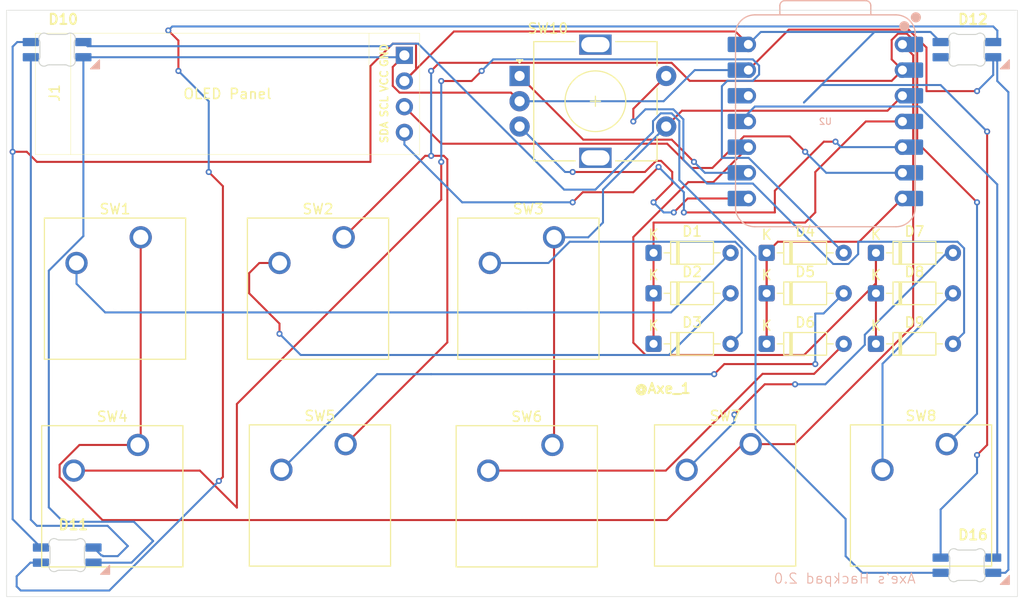
<source format=kicad_pcb>
(kicad_pcb (version 20241229) (generator "pcbnew") (generator_version "9.0")
  (layers (0 "F.Cu" signal) (2 "B.Cu" signal) (13 "F.Paste" user) (15 "B.Paste" user) (5 "F.SilkS" user "F.Silkscreen") (7 "B.SilkS" user "B.Silkscreen") (1 "F.Mask" user) (3 "B.Mask" user) (25 "Edge.Cuts" user))
  (net 0 "")
  (net 1 "Row1")
  (net 2 "Net-(D1-A)")
  (net 3 "Net-(D2-A)")
  (net 4 "Net-(D3-A)")
  (net 5 "Net-(D4-A)")
  (net 6 "Row2")
  (net 7 "Net-(D5-A)")
  (net 8 "Net-(D6-A)")
  (net 9 "Net-(D7-A)")
  (net 10 "Row3")
  (net 11 "Net-(D8-A)")
  (net 12 "Net-(D9-A)")
  (net 13 "Net-(D10-DIN)")
  (net 14 "VCC")
  (net 15 "GND")
  (net 16 "Net-(D10-DOUT)")
  (net 17 "Net-(D11-DOUT)")
  (net 19 "WS2812B")
  (net 20 "SDA")
  (net 21 "SCL")
  (net 22 "Col1")
  (net 23 "Col2")
  (net 24 "Col3")
  (net 25 "EC11A")
  (net 26 "EC11B")
  (footprint "Button_Switch_Keyboard:SW_Cherry_MX_1.00u_PCB" (layer "F.Cu") (at 110.27 77.46)
    (property "Reference" "SW1")
    (property "Value" "SW_Push")
  )
  (footprint "Button_Switch_Keyboard:SW_Cherry_MX_1.00u_PCB" (layer "F.Cu") (at 151.16 77.46)
    (property "Reference" "SW3")
    (property "Value" "SW_Push")
  )
  (footprint "Button_Switch_Keyboard:SW_Cherry_MX_1.00u_PCB" (layer "F.Cu") (at 130.54 97.92)
    (property "Reference" "SW5")
    (property "Value" "SW_Push")
  )
  (footprint "Oled:SSD1306-0.91-OLED-4pin-128x32" (layer "F.Cu") (at 99.854 57.27)
    (property "Reference" "J1")
    (property "Value" "Conn_01x04")
  )
  (footprint "Button_Switch_Keyboard:SW_Cherry_MX_1.00u_PCB" (layer "F.Cu") (at 170.62 97.92)
    (property "Reference" "SW7")
    (property "Value" "SW_Push")
  )
  (footprint "Diode_THT:D_DO-35_SOD27_P7.62mm_Horizontal" (layer "F.Cu") (at 172.19 88)
    (property "Reference" "D6")
    (property "Value" "1N4148WT")
  )
  (footprint "Diode_THT:D_DO-35_SOD27_P7.62mm_Horizontal" (layer "F.Cu") (at 183 88)
    (property "Reference" "D9")
    (property "Value" "1N4148WT")
  )
  (footprint "Diode_THT:D_DO-35_SOD27_P7.62mm_Horizontal" (layer "F.Cu") (at 172.19 83)
    (property "Reference" "D5")
    (property "Value" "1N4148WT")
  )
  (footprint "Diode_THT:D_DO-35_SOD27_P7.62mm_Horizontal" (layer "F.Cu") (at 172.19 79)
    (property "Reference" "D4")
    (property "Value" "1N4148WT")
  )
  (footprint "Rotary_Encoder:RotaryEncoder_Alps_EC11E-Switch_Vertical_H20mm" (layer "F.Cu") (at 147.75 61.5)
    (property "Reference" "SW10")
    (property "Value" "RotaryEncoder_Switch")
  )
  (footprint "footprints:SK6812MINI-E_fixed" (layer "F.Cu") (at 102 59)
    (property "Reference" "D10")
    (property "Value" "SK6812MINI-E")
    (fp_line (start -1.699998 0.6) (end -1.699998 -0.805684) (stroke (width 0.1)) (layer "Edge.Cuts"))
    (fp_line (start -0.794451 -1.602841) (end 0.794454 -1.602841) (stroke (width 0.1)) (layer "Edge.Cuts"))
    (fp_line (start 0.794453 1.397158) (end -0.794451 1.397158) (stroke (width 0.1)) (layer "Edge.Cuts"))
    (fp_line (start 1.7 -0.805684) (end 1.7 0.6) (stroke (width 0.1)) (layer "Edge.Cuts"))
    (fp_arc (start -1.749483 -1.022562) (mid -1.712526 -0.91691) (end -1.699998 -0.805684) (stroke (width 0.1)) (layer "Edge.Cuts"))
    (fp_arc (start -1.749483 -1.022562) (mid -1.63807 -1.606877) (end -1.04671 -1.671141) (stroke (width 0.1)) (layer "Edge.Cuts"))
    (fp_arc (start -1.699998 0.600001) (mid -1.712526 0.711226) (end -1.749483 0.816878) (stroke (width 0.1)) (layer "Edge.Cuts"))
    (fp_arc (start -1.04671 1.465455) (mid -1.638069 1.401192) (end -1.749483 0.816878) (stroke (width 0.1)) (layer "Edge.Cuts"))
    (fp_arc (start -1.046709 1.465457) (mid -0.925121 1.414535) (end -0.794451 1.397158) (stroke (width 0.1)) (layer "Edge.Cuts"))
    (fp_arc (start -0.794452 -1.602842) (mid -0.925122 -1.620219) (end -1.04671 -1.671141) (stroke (width 0.1)) (layer "Edge.Cuts"))
    (fp_arc (start 0.794453 1.397158) (mid 0.925124 1.414535) (end 1.046712 1.465457) (stroke (width 0.1)) (layer "Edge.Cuts"))
    (fp_arc (start 1.046712 -1.67114) (mid 0.925124 -1.620218) (end 0.794454 -1.602841) (stroke (width 0.1)) (layer "Edge.Cuts"))
    (fp_arc (start 1.046712 -1.67114) (mid 1.638072 -1.606876) (end 1.749485 -1.022562) (stroke (width 0.1)) (layer "Edge.Cuts"))
    (fp_arc (start 1.7 -0.805685) (mid 1.712528 -0.91691) (end 1.749485 -1.022562) (stroke (width 0.1)) (layer "Edge.Cuts"))
    (fp_arc (start 1.749485 0.816877) (mid 1.638073 1.401193) (end 1.046712 1.465457) (stroke (width 0.1)) (layer "Edge.Cuts"))
    (fp_arc (start 1.749485 0.816878) (mid 1.712528 0.711226) (end 1.7 0.6) (stroke (width 0.1)) (layer "Edge.Cuts"))
  )
  (footprint "Diode_THT:D_DO-35_SOD27_P7.62mm_Horizontal" (layer "F.Cu") (at 183 79)
    (property "Reference" "D7")
    (property "Value" "1N4148WT")
  )
  (footprint "Diode_THT:D_DO-35_SOD27_P7.62mm_Horizontal" (layer "F.Cu") (at 161 79)
    (property "Reference" "D1")
    (property "Value" "1N4148WT")
  )
  (footprint "footprints:SK6812MINI-E_fixed" (layer "F.Cu") (at 103 109)
    (property "Reference" "D11")
    (property "Value" "SK6812MINI-E")
    (fp_line (start -1.699998 0.6) (end -1.699998 -0.805684) (stroke (width 0.1)) (layer "Edge.Cuts"))
    (fp_line (start -0.794451 -1.602841) (end 0.794454 -1.602841) (stroke (width 0.1)) (layer "Edge.Cuts"))
    (fp_line (start 0.794453 1.397158) (end -0.794451 1.397158) (stroke (width 0.1)) (layer "Edge.Cuts"))
    (fp_line (start 1.7 -0.805684) (end 1.7 0.6) (stroke (width 0.1)) (layer "Edge.Cuts"))
    (fp_arc (start -1.749483 -1.022562) (mid -1.712526 -0.91691) (end -1.699998 -0.805684) (stroke (width 0.1)) (layer "Edge.Cuts"))
    (fp_arc (start -1.749483 -1.022562) (mid -1.63807 -1.606877) (end -1.04671 -1.671141) (stroke (width 0.1)) (layer "Edge.Cuts"))
    (fp_arc (start -1.699998 0.600001) (mid -1.712526 0.711226) (end -1.749483 0.816878) (stroke (width 0.1)) (layer "Edge.Cuts"))
    (fp_arc (start -1.04671 1.465455) (mid -1.638069 1.401192) (end -1.749483 0.816878) (stroke (width 0.1)) (layer "Edge.Cuts"))
    (fp_arc (start -1.046709 1.465457) (mid -0.925121 1.414535) (end -0.794451 1.397158) (stroke (width 0.1)) (layer "Edge.Cuts"))
    (fp_arc (start -0.794452 -1.602842) (mid -0.925122 -1.620219) (end -1.04671 -1.671141) (stroke (width 0.1)) (layer "Edge.Cuts"))
    (fp_arc (start 0.794453 1.397158) (mid 0.925124 1.414535) (end 1.046712 1.465457) (stroke (width 0.1)) (layer "Edge.Cuts"))
    (fp_arc (start 1.046712 -1.67114) (mid 0.925124 -1.620218) (end 0.794454 -1.602841) (stroke (width 0.1)) (layer "Edge.Cuts"))
    (fp_arc (start 1.046712 -1.67114) (mid 1.638072 -1.606876) (end 1.749485 -1.022562) (stroke (width 0.1)) (layer "Edge.Cuts"))
    (fp_arc (start 1.7 -0.805685) (mid 1.712528 -0.91691) (end 1.749485 -1.022562) (stroke (width 0.1)) (layer "Edge.Cuts"))
    (fp_arc (start 1.749485 0.816877) (mid 1.638073 1.401193) (end 1.046712 1.465457) (stroke (width 0.1)) (layer "Edge.Cuts"))
    (fp_arc (start 1.749485 0.816878) (mid 1.712528 0.711226) (end 1.7 0.6) (stroke (width 0.1)) (layer "Edge.Cuts"))
  )
  (footprint "Button_Switch_Keyboard:SW_Cherry_MX_1.00u_PCB" (layer "F.Cu") (at 151 98)
    (property "Reference" "SW6")
    (property "Value" "SW_Push")
  )
  (footprint "Diode_THT:D_DO-35_SOD27_P7.62mm_Horizontal" (layer "F.Cu") (at 161 83)
    (property "Reference" "D2")
    (property "Value" "1N4148WT")
  )
  (footprint "Diode_THT:D_DO-35_SOD27_P7.62mm_Horizontal" (layer "F.Cu") (at 161 88)
    (property "Reference" "D3")
    (property "Value" "1N4148WT")
  )
  (footprint "Diode_THT:D_DO-35_SOD27_P7.62mm_Horizontal" (layer "F.Cu") (at 183 83)
    (property "Reference" "D8")
    (property "Value" "1N4148WT")
  )
  (footprint "footprints:SK6812MINI-E_fixed" (layer "F.Cu") (at 192 59)
    (property "Reference" "D12")
    (property "Value" "SK6812MINI-E")
    (fp_line (start -1.699998 0.6) (end -1.699998 -0.805684) (stroke (width 0.1)) (layer "Edge.Cuts"))
    (fp_line (start -0.794451 -1.602841) (end 0.794454 -1.602841) (stroke (width 0.1)) (layer "Edge.Cuts"))
    (fp_line (start 0.794453 1.397158) (end -0.794451 1.397158) (stroke (width 0.1)) (layer "Edge.Cuts"))
    (fp_line (start 1.7 -0.805684) (end 1.7 0.6) (stroke (width 0.1)) (layer "Edge.Cuts"))
    (fp_arc (start -1.749483 -1.022562) (mid -1.712526 -0.91691) (end -1.699998 -0.805684) (stroke (width 0.1)) (layer "Edge.Cuts"))
    (fp_arc (start -1.749483 -1.022562) (mid -1.63807 -1.606877) (end -1.04671 -1.671141) (stroke (width 0.1)) (layer "Edge.Cuts"))
    (fp_arc (start -1.699998 0.600001) (mid -1.712526 0.711226) (end -1.749483 0.816878) (stroke (width 0.1)) (layer "Edge.Cuts"))
    (fp_arc (start -1.04671 1.465455) (mid -1.638069 1.401192) (end -1.749483 0.816878) (stroke (width 0.1)) (layer "Edge.Cuts"))
    (fp_arc (start -1.046709 1.465457) (mid -0.925121 1.414535) (end -0.794451 1.397158) (stroke (width 0.1)) (layer "Edge.Cuts"))
    (fp_arc (start -0.794452 -1.602842) (mid -0.925122 -1.620219) (end -1.04671 -1.671141) (stroke (width 0.1)) (layer "Edge.Cuts"))
    (fp_arc (start 0.794453 1.397158) (mid 0.925124 1.414535) (end 1.046712 1.465457) (stroke (width 0.1)) (layer "Edge.Cuts"))
    (fp_arc (start 1.046712 -1.67114) (mid 0.925124 -1.620218) (end 0.794454 -1.602841) (stroke (width 0.1)) (layer "Edge.Cuts"))
    (fp_arc (start 1.046712 -1.67114) (mid 1.638072 -1.606876) (end 1.749485 -1.022562) (stroke (width 0.1)) (layer "Edge.Cuts"))
    (fp_arc (start 1.7 -0.805685) (mid 1.712528 -0.91691) (end 1.749485 -1.022562) (stroke (width 0.1)) (layer "Edge.Cuts"))
    (fp_arc (start 1.749485 0.816877) (mid 1.638073 1.401193) (end 1.046712 1.465457) (stroke (width 0.1)) (layer "Edge.Cuts"))
    (fp_arc (start 1.749485 0.816878) (mid 1.712528 0.711226) (end 1.7 0.6) (stroke (width 0.1)) (layer "Edge.Cuts"))
  )
  (footprint "Button_Switch_Keyboard:SW_Cherry_MX_1.00u_PCB" (layer "F.Cu") (at 190 97.92)
    (property "Reference" "SW8")
    (property "Value" "SW_Push")
  )
  (footprint "Button_Switch_Keyboard:SW_Cherry_MX_1.00u_PCB" (layer "F.Cu") (at 130.35 77.46)
    (property "Reference" "SW2")
    (property "Value" "SW_Push")
  )
  (footprint "Button_Switch_Keyboard:SW_Cherry_MX_1.00u_PCB" (layer "F.Cu") (at 110 98)
    (property "Reference" "SW4")
    (property "Value" "SW_Push")
  )
  (footprint "footprints:SK6812MINI-E_fixed" (layer "F.Cu") (at 192 110)
    (property "Reference" "D16")
    (property "Value" "SK6812MINI-E")
    (fp_line (start -1.699998 0.6) (end -1.699998 -0.805684) (stroke (width 0.1)) (layer "Edge.Cuts"))
    (fp_line (start -0.794451 -1.602841) (end 0.794454 -1.602841) (stroke (width 0.1)) (layer "Edge.Cuts"))
    (fp_line (start 0.794453 1.397158) (end -0.794451 1.397158) (stroke (width 0.1)) (layer "Edge.Cuts"))
    (fp_line (start 1.7 -0.805684) (end 1.7 0.6) (stroke (width 0.1)) (layer "Edge.Cuts"))
    (fp_arc (start -1.749483 -1.022562) (mid -1.712526 -0.91691) (end -1.699998 -0.805684) (stroke (width 0.1)) (layer "Edge.Cuts"))
    (fp_arc (start -1.749483 -1.022562) (mid -1.63807 -1.606877) (end -1.04671 -1.671141) (stroke (width 0.1)) (layer "Edge.Cuts"))
    (fp_arc (start -1.699998 0.600001) (mid -1.712526 0.711226) (end -1.749483 0.816878) (stroke (width 0.1)) (layer "Edge.Cuts"))
    (fp_arc (start -1.04671 1.465455) (mid -1.638069 1.401192) (end -1.749483 0.816878) (stroke (width 0.1)) (layer "Edge.Cuts"))
    (fp_arc (start -1.046709 1.465457) (mid -0.925121 1.414535) (end -0.794451 1.397158) (stroke (width 0.1)) (layer "Edge.Cuts"))
    (fp_arc (start -0.794452 -1.602842) (mid -0.925122 -1.620219) (end -1.04671 -1.671141) (stroke (width 0.1)) (layer "Edge.Cuts"))
    (fp_arc (start 0.794453 1.397158) (mid 0.925124 1.414535) (end 1.046712 1.465457) (stroke (width 0.1)) (layer "Edge.Cuts"))
    (fp_arc (start 1.046712 -1.67114) (mid 0.925124 -1.620218) (end 0.794454 -1.602841) (stroke (width 0.1)) (layer "Edge.Cuts"))
    (fp_arc (start 1.046712 -1.67114) (mid 1.638072 -1.606876) (end 1.749485 -1.022562) (stroke (width 0.1)) (layer "Edge.Cuts"))
    (fp_arc (start 1.7 -0.805685) (mid 1.712528 -0.91691) (end 1.749485 -1.022562) (stroke (width 0.1)) (layer "Edge.Cuts"))
    (fp_arc (start 1.749485 0.816877) (mid 1.638073 1.401193) (end 1.046712 1.465457) (stroke (width 0.1)) (layer "Edge.Cuts"))
    (fp_arc (start 1.749485 0.816878) (mid 1.712528 0.711226) (end 1.7 0.6) (stroke (width 0.1)) (layer "Edge.Cuts"))
  )
  (footprint "Seeed Studio XIAO Series Library:XIAO-RP2040-DIP" (layer "B.Cu") (at 178 66 180)
    (property "Reference" "U2")
    (property "Value" "XIAO-RP2040-DIP")
  )
  (gr_rect (start 97 55) (end 197 113) (stroke (width 0.05)) (fill no) (layer "Edge.Cuts"))
  (gr_text "@Axe_1" (at 159 93 0) (layer "F.SilkS") (effects (font (size 1 1) (thickness 0.2) (bold yes)) (justify left bottom)))
  (gr_text "Axe's Hackpad 2.0" (at 187 111.797158 0) (layer "B.SilkS") (effects (font (size 1 1) (thickness 0.1)) (justify left bottom mirror)))
  (segment (start 161 79) (end 161 83) (width 0.2) (layer "F.Cu") (net 1))
  (segment (start 161 83) (end 161 88) (width 0.2) (layer "F.Cu") (net 1))
  (segment (start 161 76) (end 161 79) (width 0.2) (layer "F.Cu") (net 1))
  (segment (start 177 75) (end 176 76) (width 0.2) (layer "F.Cu") (net 1))
  (segment (start 185.62 66) (end 182 66) (width 0.2) (layer "F.Cu") (net 1))
  (segment (start 176 76) (end 161 76) (width 0.2) (layer "F.Cu") (net 1))
  (segment (start 177 71) (end 177 75) (width 0.2) (layer "F.Cu") (net 1))
  (segment (start 182 66) (end 177 71) (width 0.2) (layer "F.Cu") (net 1))
  (segment (start 103.92 82.054816) (end 103.92 80) (width 0.2) (layer "B.Cu") (net 2))
  (segment (start 162.729 84.891) (end 106.756184 84.891) (width 0.2) (layer "B.Cu") (net 2))
  (segment (start 106.756184 84.891) (end 103.92 82.054816) (width 0.2) (layer "B.Cu") (net 2))
  (segment (start 168.62 79) (end 162.729 84.891) (width 0.2) (layer "B.Cu") (net 2))
  (segment (start 122 84) (end 124 86) (width 0.2) (layer "F.Cu") (net 3))
  (segment (start 124 80) (end 122 80) (width 0.2) (layer "F.Cu") (net 3))
  (segment (start 121 81) (end 121 83) (width 0.2) (layer "F.Cu") (net 3))
  (segment (start 121 83) (end 122 84) (width 0.2) (layer "F.Cu") (net 3))
  (segment (start 124 86) (end 124 87) (width 0.2) (layer "F.Cu") (net 3))
  (segment (start 122 80) (end 121 81) (width 0.2) (layer "F.Cu") (net 3))
  (via (at 124 87) (size 0.6) (drill 0.3) (layers "F.Cu" "B.Cu") (net 3))
  (segment (start 162.519 89.101) (end 126.101 89.101) (width 0.2) (layer "B.Cu") (net 3))
  (segment (start 168.62 83) (end 162.519 89.101) (width 0.2) (layer "B.Cu") (net 3))
  (segment (start 126.101 89.101) (end 124 87) (width 0.2) (layer "B.Cu") (net 3))
  (segment (start 169.721 78.54395) (end 169.07605 77.899) (width 0.2) (layer "B.Cu") (net 4))
  (segment (start 168.62 88) (end 169.721 86.899) (width 0.2) (layer "B.Cu") (net 4))
  (segment (start 150.601314 80) (end 144.81 80) (width 0.2) (layer "B.Cu") (net 4))
  (segment (start 169.721 86.899) (end 169.721 78.54395) (width 0.2) (layer "B.Cu") (net 4))
  (segment (start 152.702314 77.899) (end 150.601314 80) (width 0.2) (layer "B.Cu") (net 4))
  (segment (start 169.07605 77.899) (end 152.702314 77.899) (width 0.2) (layer "B.Cu") (net 4))
  (segment (start 103.65 100.54) (end 116.122957 100.54) (width 0.2) (layer "F.Cu") (net 5))
  (segment (start 143 62) (end 140 62) (width 0.2) (layer "F.Cu") (net 5))
  (segment (start 119.783957 104.201) (end 119.783957 93.947573) (width 0.2) (layer "F.Cu") (net 5))
  (segment (start 140 73.73153) (end 140 70) (width 0.2) (layer "F.Cu") (net 5))
  (segment (start 116.122957 100.54) (end 119.783957 104.201) (width 0.2) (layer "F.Cu") (net 5))
  (segment (start 119.783957 93.947573) (end 140 73.73153) (width 0.2) (layer "F.Cu") (net 5))
  (segment (start 144 61) (end 143 62) (width 0.2) (layer "F.Cu") (net 5))
  (via (at 144 61) (size 0.6) (drill 0.3) (layers "F.Cu" "B.Cu") (net 5))
  (via (at 140 70) (size 0.6) (drill 0.3) (layers "F.Cu" "B.Cu") (net 5))
  (via (at 140 62) (size 0.6) (drill 0.3) (layers "F.Cu" "B.Cu") (net 5))
  (segment (start 145.143 59.857) (end 144 61) (width 0.2) (layer "B.Cu") (net 5))
  (segment (start 168.289374 61.983) (end 170.82031 61.983) (width 0.2) (layer "B.Cu") (net 5))
  (segment (start 167.759992 62.512382) (end 168.289374 61.983) (width 0.2) (layer "B.Cu") (net 5))
  (segment (start 171.443 61.36031) (end 171.443 60.47969) (width 0.2) (layer "B.Cu") (net 5))
  (segment (start 170.82031 61.983) (end 171.443 61.36031) (width 0.2) (layer "B.Cu") (net 5))
  (segment (start 170.413 69.603) (end 167.759992 69.603) (width 0.2) (layer "B.Cu") (net 5))
  (segment (start 179.81 79) (end 170.413 69.603) (width 0.2) (layer "B.Cu") (net 5))
  (segment (start 171.443 60.47969) (end 170.82031 59.857) (width 0.2) (layer "B.Cu") (net 5))
  (segment (start 140 62) (end 140 70) (width 0.2) (layer "B.Cu") (net 5))
  (segment (start 170.82031 59.857) (end 145.143 59.857) (width 0.2) (layer "B.Cu") (net 5))
  (segment (start 167.759992 69.603) (end 167.759992 62.512382) (width 0.2) (layer "B.Cu") (net 5))
  (segment (start 172.19 88) (end 172.19 83) (width 0.2) (layer "F.Cu") (net 6))
  (segment (start 172.19 83) (end 172.19 79) (width 0.2) (layer "F.Cu") (net 6))
  (segment (start 181.341 77.899) (end 185.62 73.62) (width 0.2) (layer "F.Cu") (net 6))
  (segment (start 172.19 79) (end 172.19 88) (width 0.2) (layer "F.Cu") (net 6))
  (segment (start 173.291 77.899) (end 181.341 77.899) (width 0.2) (layer "F.Cu") (net 6))
  (segment (start 172.19 79) (end 173.291 77.899) (width 0.2) (layer "F.Cu") (net 6))
  (segment (start 167 91) (end 168 90) (width 0.2) (layer "F.Cu") (net 7))
  (segment (start 168 90) (end 177 90) (width 0.2) (layer "F.Cu") (net 7))
  (via (at 167 91) (size 0.6) (drill 0.3) (layers "F.Cu" "B.Cu") (net 7))
  (via (at 177 90) (size 0.6) (drill 0.3) (layers "F.Cu" "B.Cu") (net 7))
  (segment (start 177 85) (end 177 90) (width 0.2) (layer "B.Cu") (net 7))
  (segment (start 133.65 91) (end 139 91) (width 0.2) (layer "B.Cu") (net 7))
  (segment (start 139 91) (end 167 91) (width 0.2) (layer "B.Cu") (net 7))
  (segment (start 179.81 83) (end 177.81 85) (width 0.2) (layer "B.Cu") (net 7))
  (segment (start 177.81 85) (end 177 85) (width 0.2) (layer "B.Cu") (net 7))
  (segment (start 124.19 100.46) (end 133.65 91) (width 0.2) (layer "B.Cu") (net 7))
  (segment (start 179.81 88.039943) (end 179.81 88) (width 0.2) (layer "F.Cu") (net 8))
  (segment (start 176.883843 90.9661) (end 179.81 88.039943) (width 0.2) (layer "F.Cu") (net 8))
  (segment (start 144.65 100.54) (end 162.208686 100.54) (width 0.2) (layer "F.Cu") (net 8))
  (segment (start 171.782586 90.9661) (end 176.883843 90.9661) (width 0.2) (layer "F.Cu") (net 8))
  (segment (start 162.208686 100.54) (end 171.782586 90.9661) (width 0.2) (layer "F.Cu") (net 8))
  (segment (start 169 95) (end 172 92) (width 0.2) (layer "F.Cu") (net 9))
  (segment (start 172 92) (end 175 92) (width 0.2) (layer "F.Cu") (net 9))
  (via (at 169 95) (size 0.6) (drill 0.3) (layers "F.Cu" "B.Cu") (net 9))
  (via (at 175 92) (size 0.6) (drill 0.3) (layers "F.Cu" "B.Cu") (net 9))
  (segment (start 181.899 88.101) (end 181.899 87.101) (width 0.2) (layer "B.Cu") (net 9))
  (segment (start 169 95.73) (end 169 95) (width 0.2) (layer "B.Cu") (net 9))
  (segment (start 175 92) (end 178 92) (width 0.2) (layer "B.Cu") (net 9))
  (segment (start 181.899 87.101) (end 190 79) (width 0.2) (layer "B.Cu") (net 9))
  (segment (start 178 92) (end 181.899 88.101) (width 0.2) (layer "B.Cu") (net 9))
  (segment (start 190 79) (end 190.62 79) (width 0.2) (layer "B.Cu") (net 9))
  (segment (start 164.27 100.46) (end 169 95.73) (width 0.2) (layer "B.Cu") (net 9))
  (segment (start 160.21484 89.101) (end 159 87.88616) (width 0.2) (layer "F.Cu") (net 10))
  (segment (start 175.899 89.101) (end 160.21484 89.101) (width 0.2) (layer "F.Cu") (net 10))
  (segment (start 183 83) (end 183 79) (width 0.2) (layer "F.Cu") (net 10))
  (segment (start 164.4329 72) (end 166.92 72) (width 0.2) (layer "F.Cu") (net 10))
  (segment (start 183 88) (end 183 83) (width 0.2) (layer "F.Cu") (net 10))
  (segment (start 159 77.4329) (end 164.4329 72) (width 0.2) (layer "F.Cu") (net 10))
  (segment (start 183 82) (end 175.899 89.101) (width 0.2) (layer "F.Cu") (net 10))
  (segment (start 183 79) (end 183 82) (width 0.2) (layer "F.Cu") (net 10))
  (segment (start 166.92 72) (end 170.38 68.54) (width 0.2) (layer "F.Cu") (net 10))
  (segment (start 159 87.88616) (end 159 77.4329) (width 0.2) (layer "F.Cu") (net 10))
  (segment (start 183.65 89.97) (end 183.65 100.46) (width 0.2) (layer "B.Cu") (net 11))
  (segment (start 190.62 83) (end 183.65 89.97) (width 0.2) (layer "B.Cu") (net 11))
  (segment (start 162.25 61.5) (end 159 64.75) (width 0.2) (layer "F.Cu") (net 12))
  (segment (start 159 64.75) (end 159 66) (width 0.2) (layer "F.Cu") (net 12))
  (via (at 159 66) (size 0.6) (drill 0.3) (layers "F.Cu" "B.Cu") (net 12))
  (segment (start 191.721 78.54395) (end 191.07605 77.899) (width 0.2) (layer "B.Cu") (net 12))
  (segment (start 181.24231 79.12474) (end 180.26605 80.101) (width 0.2) (layer "B.Cu") (net 12))
  (segment (start 162.954992 64.798) (end 160.202 64.798) (width 0.2) (layer "B.Cu") (net 12))
  (segment (start 191.721 86.899) (end 191.721 78.54395) (width 0.2) (layer "B.Cu") (net 12))
  (segment (start 163.952 69.801943) (end 163.952 65.795008) (width 0.2) (layer "B.Cu") (net 12))
  (segment (start 180.26605 80.101) (end 178.77831 80.101) (width 0.2) (layer "B.Cu") (net 12))
  (segment (start 190.62 88) (end 191.721 86.899) (width 0.2) (layer "B.Cu") (net 12))
  (segment (start 163.952 65.795008) (end 162.954992 64.798) (width 0.2) (layer "B.Cu") (net 12))
  (segment (start 170.82031 72.143) (end 166.293057 72.143) (width 0.2) (layer "B.Cu") (net 12))
  (segment (start 160.202 64.798) (end 159 66) (width 0.2) (layer "B.Cu") (net 12))
  (segment (start 166.293057 72.143) (end 163.952 69.801943) (width 0.2) (layer "B.Cu") (net 12))
  (segment (start 181.24231 77.899) (end 181.24231 79.12474) (width 0.2) (layer "B.Cu") (net 12))
  (segment (start 191.07605 77.899) (end 181.24231 77.899) (width 0.2) (layer "B.Cu") (net 12))
  (segment (start 178.77831 80.101) (end 170.82031 72.143) (width 0.2) (layer "B.Cu") (net 12))
  (segment (start 180 109) (end 181.647158 110.647158) (width 0.2) (layer "B.Cu") (net 13))
  (segment (start 135.203 58.309) (end 137.719108 58.309) (width 0.2) (layer "B.Cu") (net 13))
  (segment (start 163.551 71.80685) (end 171.089 79.34485) (width 0.2) (layer "B.Cu") (net 13))
  (segment (start 104.600001 58.147158) (end 105.010001 58.557158) (width 0.2) (layer "B.Cu") (net 13))
  (segment (start 134.954842 58.557158) (end 135.203 58.309) (width 0.2) (layer "B.Cu") (net 13))
  (segment (start 152.153992 72.743884) (end 155.244008 72.743884) (width 0.2) (layer "B.Cu") (net 13))
  (segment (start 155.244008 72.743884) (end 160.949 67.038892) (width 0.2) (layer "B.Cu") (net 13))
  (segment (start 181.647158 110.647158) (end 189.400001 110.647158) (width 0.2) (layer "B.Cu") (net 13))
  (segment (start 162.788892 65.199) (end 163.551 65.961108) (width 0.2) (layer "B.Cu") (net 13))
  (segment (start 160.949 67.038892) (end 160.949 65.961108) (width 0.2) (layer "B.Cu") (net 13))
  (segment (start 171.089 79.34485) (end 171.089 96.407686) (width 0.2) (layer "B.Cu") (net 13))
  (segment (start 105.010001 58.557158) (end 134.954842 58.557158) (width 0.2) (layer "B.Cu") (net 13))
  (segment (start 137.719108 58.309) (end 152.153992 72.743884) (width 0.2) (layer "B.Cu") (net 13))
  (segment (start 160.949 65.961108) (end 161.711108 65.199) (width 0.2) (layer "B.Cu") (net 13))
  (segment (start 163.551 65.961108) (end 163.551 71.80685) (width 0.2) (layer "B.Cu") (net 13))
  (segment (start 171.089 96.407686) (end 180 105.318686) (width 0.2) (layer "B.Cu") (net 13))
  (segment (start 180 105.318686) (end 180 109) (width 0.2) (layer "B.Cu") (net 13))
  (segment (start 161.711108 65.199) (end 162.788892 65.199) (width 0.2) (layer "B.Cu") (net 13))
  (segment (start 169.099 57.099) (end 141.255 57.099) (width 0.2) (layer "F.Cu") (net 14))
  (segment (start 141.255 57.099) (end 136.354 62) (width 0.2) (layer "F.Cu") (net 14))
  (segment (start 133 70) (end 133 60.512) (width 0.2) (layer "F.Cu") (net 14))
  (segment (start 137.505 58.309) (end 137.505 60.849) (width 0.2) (layer "F.Cu") (net 14))
  (segment (start 133 60.512) (end 135.203 58.309) (width 0.2) (layer "F.Cu") (net 14))
  (segment (start 137.505 60.849) (end 136.354 62) (width 0.2) (layer "F.Cu") (net 14))
  (segment (start 194 67) (end 194 98) (width 0.2) (layer "F.Cu") (net 14))
  (segment (start 99 69) (end 100 70) (width 0.2) (layer "F.Cu") (net 14))
  (segment (start 100 70) (end 133 70) (width 0.2) (layer "F.Cu") (net 14))
  (segment (start 97.601 69) (end 99 69) (width 0.2) (layer "F.Cu") (net 14))
  (segment (start 194 98) (end 193 99) (width 0.2) (layer "F.Cu") (net 14))
  (segment (start 170.38 58.38) (end 169.099 57.099) (width 0.2) (layer "F.Cu") (net 14))
  (segment (start 135.203 58.309) (end 137.505 58.309) (width 0.2) (layer "F.Cu") (net 14))
  (via (at 194 67) (size 0.6) (drill 0.3) (layers "F.Cu" "B.Cu") (net 14))
  (via (at 97.601 69) (size 0.6) (drill 0.3) (layers "F.Cu" "B.Cu") (net 14))
  (via (at 193 99) (size 0.6) (drill 0.3) (layers "F.Cu" "B.Cu") (net 14))
  (segment (start 171.612842 57.147158) (end 170.38 58.38) (width 0.2) (layer "B.Cu") (net 14))
  (segment (start 97.601 69) (end 97.601 58.601) (width 0.2) (layer "B.Cu") (net 14))
  (segment (start 189.400001 58.147158) (end 188.400001 57.147158) (width 0.2) (layer "B.Cu") (net 14))
  (segment (start 98.054842 58.147158) (end 99.400001 58.147158) (width 0.2) (layer "B.Cu") (net 14))
  (segment (start 189.400001 109.147158) (end 189.400001 104.384815) (width 0.2) (layer "B.Cu") (net 14))
  (segment (start 189.397 62.397) (end 194 67) (width 0.2) (layer "B.Cu") (net 14))
  (segment (start 182.852842 57.147158) (end 175.878 64.122) (width 0.2) (layer "B.Cu") (net 14))
  (segment (start 189.400001 104.384815) (end 193 100.784816) (width 0.2) (layer "B.Cu") (net 14))
  (segment (start 188.400001 57.147158) (end 182.852842 57.147158) (width 0.2) (layer "B.Cu") (net 14))
  (segment (start 177.603 62.397) (end 189.397 62.397) (width 0.2) (layer "B.Cu") (net 14))
  (segment (start 97.601 105.348157) (end 97.601 69) (width 0.2) (layer "B.Cu") (net 14))
  (segment (start 188.400001 57.147158) (end 171.612842 57.147158) (width 0.2) (layer "B.Cu") (net 14))
  (segment (start 193 100.784816) (end 193 99) (width 0.2) (layer "B.Cu") (net 14))
  (segment (start 97.601 58.601) (end 98.054842 58.147158) (width 0.2) (layer "B.Cu") (net 14))
  (segment (start 175.878 64.122) (end 177.603 62.397) (width 0.2) (layer "B.Cu") (net 14))
  (segment (start 100.400001 108.147158) (end 97.601 105.348157) (width 0.2) (layer "B.Cu") (net 14))
  (segment (start 135.203 62.47676) (end 135.87724 63.151) (width 0.2) (layer "F.Cu") (net 15))
  (segment (start 188 63) (end 188 58.68959) (width 0.2) (layer "F.Cu") (net 15))
  (segment (start 193 63) (end 188 63) (width 0.2) (layer "F.Cu") (net 15))
  (segment (start 135.203 60.611) (end 135.203 62.47676) (width 0.2) (layer "F.Cu") (net 15))
  (segment (start 146.901 63.151) (end 147.75 64) (width 0.2) (layer "F.Cu") (net 15))
  (segment (start 186.22641 56.916) (end 174.384 56.916) (width 0.2) (layer "F.Cu") (net 15))
  (segment (start 174.384 56.916) (end 170.38 60.92) (width 0.2) (layer "F.Cu") (net 15))
  (segment (start 136.354 59.46) (end 135.203 60.611) (width 0.2) (layer "F.Cu") (net 15))
  (segment (start 135.87724 63.151) (end 146.901 63.151) (width 0.2) (layer "F.Cu") (net 15))
  (segment (start 188 58.68959) (end 186.22641 56.916) (width 0.2) (layer "F.Cu") (net 15))
  (via (at 193 63) (size 0.6) (drill 0.3) (layers "F.Cu" "B.Cu") (net 15))
  (segment (start 194.600001 61.399999) (end 193 63) (width 0.2) (layer "B.Cu") (net 15))
  (segment (start 194.600001 59.647158) (end 194.600001 61.399999) (width 0.2) (layer "B.Cu") (net 15))
  (segment (start 101.179 104.179) (end 102.599 105.599) (width 0.2) (layer "B.Cu") (net 15))
  (segment (start 104.600001 77.338685) (end 101.179 80.759686) (width 0.2) (layer "B.Cu") (net 15))
  (segment (start 111.5 107.5) (end 109.352842 109.647158) (width 0.2) (layer "B.Cu") (net 15))
  (segment (start 195 60.047157) (end 194.600001 59.647158) (width 0.2) (layer "B.Cu") (net 15))
  (segment (start 104.600001 59.647158) (end 104.600001 77.338685) (width 0.2) (layer "B.Cu") (net 15))
  (segment (start 196.101 110.346158) (end 196.101 63.101) (width 0.2) (layer "B.Cu") (net 15))
  (segment (start 195 110.647158) (end 195.8 110.647158) (width 0.2) (layer "B.Cu") (net 15))
  (segment (start 109.599 105.599) (end 111.5 107.5) (width 0.2) (layer "B.Cu") (net 15))
  (segment (start 136.166842 59.647158) (end 136.354 59.46) (width 0.2) (layer "B.Cu") (net 15))
  (segment (start 195 62) (end 195 60.047157) (width 0.2) (layer "B.Cu") (net 15))
  (segment (start 162 64) (end 165.08 60.92) (width 0.2) (layer "B.Cu") (net 15))
  (segment (start 104.600001 59.647158) (end 136.166842 59.647158) (width 0.2) (layer "B.Cu") (net 15))
  (segment (start 195.8 110.647158) (end 196.101 110.346158) (width 0.2) (layer "B.Cu") (net 15))
  (segment (start 109.352842 109.647158) (end 105.600001 109.647158) (width 0.2) (layer "B.Cu") (net 15))
  (segment (start 196.101 63.101) (end 195 62) (width 0.2) (layer "B.Cu") (net 15))
  (segment (start 102.599 105.599) (end 109.599 105.599) (width 0.2) (layer "B.Cu") (net 15))
  (segment (start 165.08 60.92) (end 169.545 60.92) (width 0.2) (layer "B.Cu") (net 15))
  (segment (start 147.75 64) (end 162 64) (width 0.2) (layer "B.Cu") (net 15))
  (segment (start 101.179 80.759686) (end 101.179 104.179) (width 0.2) (layer "B.Cu") (net 15))
  (segment (start 108 109) (end 106.542757 109) (width 0.2) (layer "B.Cu") (net 16))
  (segment (start 106.389001 108.936158) (end 105.600001 108.147158) (width 0.2) (layer "B.Cu") (net 16))
  (segment (start 100 106) (end 107 106) (width 0.2) (layer "B.Cu") (net 16))
  (segment (start 106.542757 109) (end 106.478915 108.936158) (width 0.2) (layer "B.Cu") (net 16))
  (segment (start 99.400001 59.647158) (end 99.400001 105.400001) (width 0.2) (layer "B.Cu") (net 16))
  (segment (start 106.478915 108.936158) (end 106.389001 108.936158) (width 0.2) (layer "B.Cu") (net 16))
  (segment (start 99.400001 105.400001) (end 100 106) (width 0.2) (layer "B.Cu") (net 16))
  (segment (start 107 106) (end 109 108) (width 0.2) (layer "B.Cu") (net 16))
  (segment (start 109 108) (end 108 109) (width 0.2) (layer "B.Cu") (net 16))
  (segment (start 118.401 101.1661) (end 118.401 72.401) (width 0.2) (layer "F.Cu") (net 17))
  (segment (start 114 61) (end 114 58) (width 0.2) (layer "F.Cu") (net 17))
  (segment (start 118.401 72.401) (end 117 71) (width 0.2) (layer "F.Cu") (net 17))
  (segment (start 118 101.5671) (end 118.401 101.1661) (width 0.2) (layer "F.Cu") (net 17))
  (segment (start 114 58) (end 113 57) (width 0.2) (layer "F.Cu") (net 17))
  (via (at 117 71) (size 0.6) (drill 0.3) (layers "F.Cu" "B.Cu") (net 17))
  (via (at 113 57) (size 0.6) (drill 0.3) (layers "F.Cu" "B.Cu") (net 17))
  (via (at 114 61) (size 0.6) (drill 0.3) (layers "F.Cu" "B.Cu") (net 17))
  (via (at 118 101.5671) (size 0.6) (drill 0.3) (layers "F.Cu" "B.Cu") (net 17))
  (segment (start 102 112.399) (end 107.1681 112.399) (width 0.2) (layer "B.Cu") (net 17))
  (segment (start 99.352842 109.647158) (end 98 111) (width 0.2) (layer "B.Cu") (net 17))
  (segment (start 98.399 112.399) (end 102 112.399) (width 0.2) (layer "B.Cu") (net 17))
  (segment (start 98 112) (end 98.399 112.399) (width 0.2) (layer "B.Cu") (net 17))
  (segment (start 117 64) (end 114 61) (width 0.2) (layer "B.Cu") (net 17))
  (segment (start 98 111) (end 98 112) (width 0.2) (layer "B.Cu") (net 17))
  (segment (start 170 56.601) (end 113.399 56.601) (width 0.2) (layer "B.Cu") (net 17))
  (segment (start 117 71) (end 117 64) (width 0.2) (layer "B.Cu") (net 17))
  (segment (start 113.399 56.601) (end 113 57) (width 0.2) (layer "B.Cu") (net 17))
  (segment (start 195.010001 57.737158) (end 195.010001 57.011) (width 0.2) (layer "B.Cu") (net 17))
  (segment (start 107.1681 112.399) (end 118 101.5671) (width 0.2) (layer "B.Cu") (net 17))
  (segment (start 195.010001 57.011) (end 194.600001 56.601) (width 0.2) (layer "B.Cu") (net 17))
  (segment (start 100.400001 109.647158) (end 99.352842 109.647158) (width 0.2) (layer "B.Cu") (net 17))
  (segment (start 194.600001 56.601) (end 170 56.601) (width 0.2) (layer "B.Cu") (net 17))
  (segment (start 194.600001 58.147158) (end 195.010001 57.737158) (width 0.2) (layer "B.Cu") (net 17))
  (segment (start 171.022 64.523) (end 169.545 66) (width 0.2) (layer "B.Cu") (net 19))
  (segment (start 195 109.147158) (end 195 72.226374) (width 0.2) (layer "B.Cu") (net 19))
  (segment (start 195 72.226374) (end 187.296626 64.523) (width 0.2) (layer "B.Cu") (net 19))
  (segment (start 187.296626 64.523) (end 171.022 64.523) (width 0.2) (layer "B.Cu") (net 19))
  (segment (start 153 74) (end 154 73) (width 0.2) (layer "F.Cu") (net 20))
  (segment (start 177.849943 68) (end 179 68) (width 0.2) (layer "F.Cu") (net 20))
  (segment (start 173 75) (end 173 72.849943) (width 0.2) (layer "F.Cu") (net 20))
  (segment (start 159 73) (end 161.5 70.5) (width 0.2) (layer "F.Cu") (net 20))
  (segment (start 173 72.849943) (end 177.849943 68) (width 0.2) (layer "F.Cu") (net 20))
  (segment (start 154 73) (end 159 73) (width 0.2) (layer "F.Cu") (net 20))
  (segment (start 164 75) (end 173 75) (width 0.2) (layer "F.Cu") (net 20))
  (via (at 164 75) (size 0.6) (drill 0.3) (layers "F.Cu" "B.Cu") (net 20))
  (via (at 161.5 70.5) (size 0.6) (drill 0.3) (layers "F.Cu" "B.Cu") (net 20))
  (via (at 153 74) (size 0.6) (drill 0.3) (layers "F.Cu" "B.Cu") (net 20))
  (via (at 179 68) (size 0.6) (drill 0.3) (layers "F.Cu" "B.Cu") (net 20))
  (segment (start 136.354 67.08) (end 136.354 68.282081) (width 0.2) (layer "B.Cu") (net 20))
  (segment (start 161.5 70.5) (end 164 73) (width 0.2) (layer "B.Cu") (net 20))
  (segment (start 179.54 68.54) (end 179 68) (width 0.2) (layer "B.Cu") (net 20))
  (segment (start 164 73) (end 164 75) (width 0.2) (layer "B.Cu") (net 20))
  (segment (start 142.071919 74) (end 153 74) (width 0.2) (layer "B.Cu") (net 20))
  (segment (start 136.354 68.282081) (end 142.071919 74) (width 0.2) (layer "B.Cu") (net 20))
  (segment (start 185.62 68.54) (end 179.54 68.54) (width 0.2) (layer "B.Cu") (net 20))
  (segment (start 174.477 67.477) (end 176 69) (width 0.2) (layer "F.Cu") (net 21))
  (segment (start 162.352057 68.202) (end 164.751057 70.601) (width 0.2) (layer "F.Cu") (net 21))
  (segment (start 164.751057 70.601) (end 166.81569 70.601) (width 0.2) (layer "F.Cu") (net 21))
  (segment (start 140.016 68.202) (end 162.352057 68.202) (width 0.2) (layer "F.Cu") (net 21))
  (segment (start 166.81569 70.601) (end 169.93969 67.477) (width 0.2) (layer "F.Cu") (net 21))
  (segment (start 169.93969 67.477) (end 174.477 67.477) (width 0.2) (layer "F.Cu") (net 21))
  (segment (start 136.354 64.54) (end 140.016 68.202) (width 0.2) (layer "F.Cu") (net 21))
  (via (at 176 69) (size 0.6) (drill 0.3) (layers "F.Cu" "B.Cu") (net 21))
  (segment (start 178.08 71.08) (end 176 69) (width 0.2) (layer "B.Cu") (net 21))
  (segment (start 185.62 71.08) (end 178.08 71.08) (width 0.2) (layer "B.Cu") (net 21))
  (segment (start 170.62 97.92) (end 174.96616 97.92) (width 0.2) (layer "F.Cu") (net 22))
  (segment (start 106.486184 105.431) (end 162.324184 105.431) (width 0.2) (layer "F.Cu") (net 22))
  (segment (start 110 98) (end 110.27 97.73) (width 0.2) (layer "F.Cu") (net 22))
  (segment (start 169.835184 97.92) (end 170.62 97.92) (width 0.2) (layer "F.Cu") (net 22))
  (segment (start 102.249 101.193816) (end 106.486184 105.431) (width 0.2) (layer "F.Cu") (net 22))
  (segment (start 110.27 97.73) (end 110.27 77.46) (width 0.2) (layer "F.Cu") (net 22))
  (segment (start 186.683 59.443) (end 185.62 58.38) (width 0.2) (layer "F.Cu") (net 22))
  (segment (start 186.683 86.20316) (end 186.683 59.443) (width 0.2) (layer "F.Cu") (net 22))
  (segment (start 162.324184 105.431) (end 169.835184 97.92) (width 0.2) (layer "F.Cu") (net 22))
  (segment (start 104.208686 98) (end 102.249 99.959686) (width 0.2) (layer "F.Cu") (net 22))
  (segment (start 110 98) (end 104.208686 98) (width 0.2) (layer "F.Cu") (net 22))
  (segment (start 102.249 99.959686) (end 102.249 101.193816) (width 0.2) (layer "F.Cu") (net 22))
  (segment (start 174.96616 97.92) (end 186.683 86.20316) (width 0.2) (layer "F.Cu") (net 22))
  (segment (start 139 69.399) (end 138.411 69.399) (width 0.2) (layer "F.Cu") (net 23))
  (segment (start 130.54 97.92) (end 140.601 87.859) (width 0.2) (layer "F.Cu") (net 23))
  (segment (start 186.06031 57.317) (end 185.17969 57.317) (width 0.2) (layer "F.Cu") (net 23))
  (segment (start 187.084 58.34069) (end 186.06031 57.317) (width 0.2) (layer "F.Cu") (net 23))
  (segment (start 140.601 87.859) (end 140.601 69.751057) (width 0.2) (layer "F.Cu") (net 23))
  (segment (start 185.17969 57.317) (end 184.557 57.93969) (width 0.2) (layer "F.Cu") (net 23))
  (segment (start 162.788892 60.199) (end 139.801 60.199) (width 0.2) (layer "F.Cu") (net 23))
  (segment (start 184.557 61.983) (end 164.572892 61.983) (width 0.2) (layer "F.Cu") (net 23))
  (segment (start 184.557 57.93969) (end 184.557 59.857) (width 0.2) (layer "F.Cu") (net 23))
  (segment (start 164.572892 61.983) (end 162.788892 60.199) (width 0.2) (layer "F.Cu") (net 23))
  (segment (start 140.601 69.751057) (end 140.248943 69.399) (width 0.2) (layer "F.Cu") (net 23))
  (segment (start 193 74) (end 187.084 68.084) (width 0.2) (layer "F.Cu") (net 23))
  (segment (start 138.411 69.399) (end 130.35 77.46) (width 0.2) (layer "F.Cu") (net 23))
  (segment (start 184.557 59.857) (end 185.62 60.92) (width 0.2) (layer "F.Cu") (net 23))
  (segment (start 185.62 60.92) (end 184.557 61.983) (width 0.2) (layer "F.Cu") (net 23))
  (segment (start 187.084 68.084) (end 187.084 58.34069) (width 0.2) (layer "F.Cu") (net 23))
  (segment (start 139.801 60.199) (end 139 61) (width 0.2) (layer "F.Cu") (net 23))
  (segment (start 140.248943 69.399) (end 139 69.399) (width 0.2) (layer "F.Cu") (net 23))
  (via (at 193 74) (size 0.6) (drill 0.3) (layers "F.Cu" "B.Cu") (net 23))
  (via (at 139 61) (size 0.6) (drill 0.3) (layers "F.Cu" "B.Cu") (net 23))
  (via (at 139 69.399) (size 0.6) (drill 0.3) (layers "F.Cu" "B.Cu") (net 23))
  (segment (start 193 94.92) (end 193 74) (width 0.2) (layer "B.Cu") (net 23))
  (segment (start 190 97.92) (end 193 94.92) (width 0.2) (layer "B.Cu") (net 23))
  (segment (start 139 69.399) (end 139 61) (width 0.2) (layer "B.Cu") (net 23))
  (segment (start 151.16 77.46) (end 151.16 97.84) (width 0.2) (layer "F.Cu") (net 24))
  (segment (start 184.143 64.937) (end 185.62 63.46) (width 0.2) (layer "F.Cu") (net 24))
  (segment (start 163.813 64.937) (end 184.143 64.937) (width 0.2) (layer "F.Cu") (net 24))
  (segment (start 151.16 97.84) (end 151 98) (width 0.2) (layer "F.Cu") (net 24))
  (segment (start 162.25 66.5) (end 163.813 64.937) (width 0.2) (layer "F.Cu") (net 24))
  (segment (start 156 76) (end 156 72.75) (width 0.2) (layer "B.Cu") (net 24))
  (segment (start 151.16 77.46) (end 154.54 77.46) (width 0.2) (layer "B.Cu") (net 24))
  (segment (start 156 72.75) (end 162.25 66.5) (width 0.2) (layer "B.Cu") (net 24))
  (segment (start 154.54 77.46) (end 156 76) (width 0.2) (layer "B.Cu") (net 24))
  (segment (start 154.051 67.801) (end 162.801 67.801) (width 0.2) (layer "F.Cu") (net 25))
  (segment (start 162.801 67.801) (end 165 70) (width 0.2) (layer "F.Cu") (net 25))
  (segment (start 147.75 61.5) (end 154.051 67.801) (width 0.2) (layer "F.Cu") (net 25))
  (via (at 165 70) (size 0.6) (drill 0.3) (layers "F.Cu" "B.Cu") (net 25))
  (segment (start 166.08 71.08) (end 165 70) (width 0.2) (layer "B.Cu") (net 25))
  (segment (start 169.545 71.08) (end 166.08 71.08) (width 0.2) (layer "B.Cu") (net 25))
  (segment (start 162.849943 71) (end 162.849943 72.150057) (width 0.2) (layer "F.Cu") (net 26))
  (segment (start 164.38 73.62) (end 163 75) (width 0.2) (layer "F.Cu") (net 26))
  (segment (start 161.748943 69.899) (end 162.849943 71) (width 0.2) (layer "F.Cu") (net 26))
  (segment (start 161.251057 69.899) (end 161.748943 69.899) (width 0.2) (layer "F.Cu") (net 26))
  (segment (start 153 71) (end 160.150057 71) (width 0.2) (layer "F.Cu") (net 26))
  (segment (start 162.849943 72.150057) (end 161 74) (width 0.2) (layer "F.Cu") (net 26))
  (segment (start 160.150057 71) (end 161.251057 69.899) (width 0.2) (layer "F.Cu") (net 26))
  (segment (start 170.38 73.62) (end 164.38 73.62) (width 0.2) (layer "F.Cu") (net 26))
  (via (at 161 74) (size 0.6) (drill 0.3) (layers "F.Cu" "B.Cu") (net 26))
  (via (at 153 71) (size 0.6) (drill 0.3) (layers "F.Cu" "B.Cu") (net 26))
  (via (at 163 75) (size 0.6) (drill 0.3) (layers "F.Cu" "B.Cu") (net 26))
  (segment (start 152.25 71) (end 153 71) (width 0.2) (layer "B.Cu") (net 26))
  (segment (start 162 75) (end 163 75) (width 0.2) (layer "B.Cu") (net 26))
  (segment (start 161 74) (end 162 75) (width 0.2) (layer "B.Cu") (net 26))
  (segment (start 147.75 66.5) (end 152.25 71) (width 0.2) (layer "B.Cu") (net 26))
)
</source>
